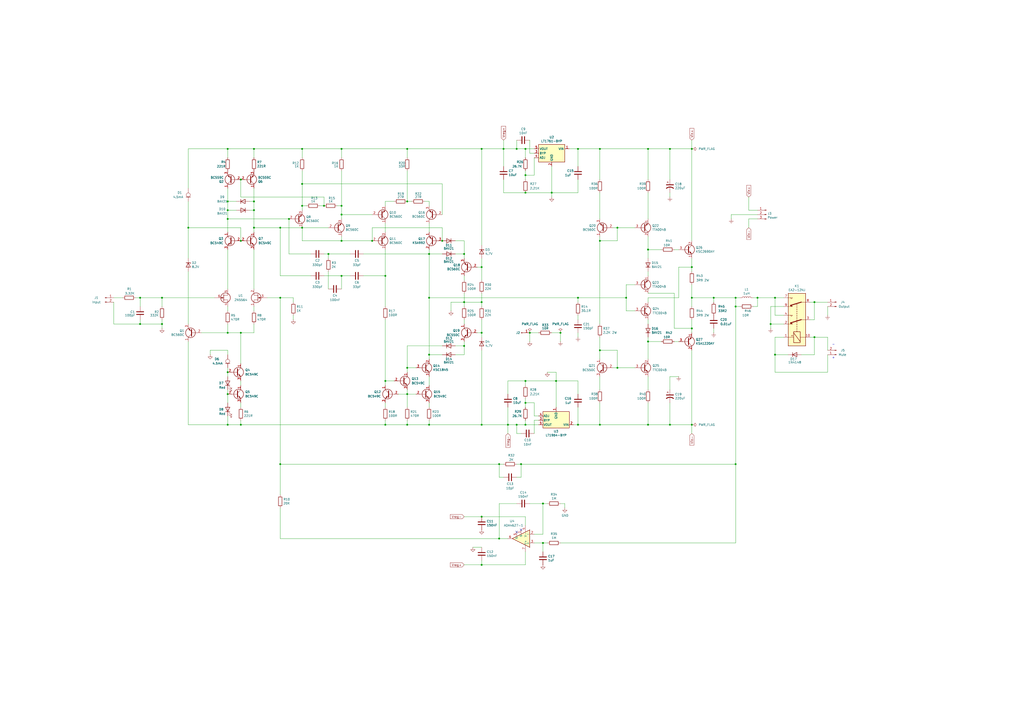
<source format=kicad_sch>
(kicad_sch (version 20250114) (generator "eeschema") (generator_version "9.0")
  (paper "A2")
  (text "-" (at 482.6 200.66 0) (effects (font (size 1.27 1.27)) (justify left bottom)))
  (text "+" (at 482.6 208.28 0) (effects (font (size 1.27 1.27)) (justify left bottom)))
  (junction (at 314.96 292.1))
  (junction (at 162.56 172.72))
  (junction (at 426.72 177.8))
  (junction (at 132.08 215.9))
  (junction (at 279.4 193.04))
  (junction (at 388.62 86.36))
  (junction (at 187.96 119.38))
  (junction (at 190.5 147.32))
  (junction (at 449.58 205.74))
  (junction (at 304.8 111.76))
  (junction (at 93.98 172.72))
  (junction (at 175.26 106.68))
  (junction (at 81.28 187.96))
  (junction (at 320.04 111.76))
  (junction (at 198.12 86.36))
  (junction (at 292.1 86.36))
  (junction (at 147.32 132.08))
  (junction (at 198.12 124.46))
  (junction (at 223.52 220.98))
  (junction (at 322.58 220.98))
  (junction (at 347.98 86.36))
  (junction (at 335.28 246.38))
  (junction (at 215.9 139.7))
  (junction (at 223.52 160.02))
  (junction (at 388.62 246.38))
  (junction (at 414.02 172.72))
  (junction (at 132.08 228.6))
  (junction (at 93.98 187.96))
  (junction (at 375.92 86.36))
  (junction (at 162.56 269.24))
  (junction (at 307.34 193.04))
  (junction (at 269.24 147.32))
  (junction (at 304.8 101.6))
  (junction (at 147.32 116.84))
  (junction (at 132.08 127))
  (junction (at 289.56 312.42))
  (junction (at 294.64 246.38))
  (junction (at 439.42 172.72))
  (junction (at 198.12 160.02))
  (junction (at 248.92 246.38))
  (junction (at 401.32 172.72))
  (junction (at 375.92 144.78))
  (junction (at 472.44 195.58))
  (junction (at 248.92 147.32))
  (junction (at 279.4 246.38))
  (junction (at 167.64 127))
  (junction (at 299.72 246.38))
  (junction (at 198.12 139.7))
  (junction (at 139.7 139.7))
  (junction (at 198.12 119.38))
  (junction (at 279.4 154.94))
  (junction (at 162.56 132.08))
  (junction (at 269.24 175.26))
  (junction (at 223.52 246.38))
  (junction (at 358.14 213.36))
  (junction (at 269.24 200.66))
  (junction (at 236.22 116.84))
  (junction (at 147.32 86.36))
  (junction (at 426.72 269.24))
  (junction (at 289.56 269.24))
  (junction (at 401.32 246.38))
  (junction (at 236.22 213.36))
  (junction (at 426.72 172.72))
  (junction (at 314.96 314.96))
  (junction (at 81.28 172.72))
  (junction (at 325.12 193.04))
  (junction (at 447.04 187.96))
  (junction (at 132.08 246.38))
  (junction (at 279.4 299.72))
  (junction (at 236.22 228.6))
  (junction (at 449.58 172.72))
  (junction (at 304.8 246.38))
  (junction (at 175.26 132.08))
  (junction (at 139.7 246.38))
  (junction (at 335.28 86.36))
  (junction (at 256.54 139.7))
  (junction (at 363.22 172.72))
  (junction (at 375.92 246.38))
  (junction (at 109.22 132.08))
  (junction (at 347.98 246.38))
  (junction (at 279.4 86.36))
  (junction (at 132.08 193.04))
  (junction (at 279.4 327.66))
  (junction (at 132.08 86.36))
  (junction (at 132.08 116.84))
  (junction (at 236.22 86.36))
  (junction (at 304.8 233.68))
  (junction (at 401.32 154.94))
  (junction (at 304.8 86.36))
  (junction (at 248.92 205.74))
  (junction (at 139.7 104.14))
  (junction (at 139.7 193.04))
  (junction (at 347.98 139.7))
  (junction (at 132.08 121.92))
  (junction (at 304.8 220.98))
  (junction (at 401.32 190.5))
  (junction (at 335.28 172.72))
  (junction (at 279.4 175.26))
  (junction (at 175.26 119.38))
  (junction (at 248.92 172.72))
  (junction (at 375.92 198.12))
  (junction (at 358.14 132.08))
  (junction (at 147.32 121.92))
  (junction (at 299.72 86.36))
  (junction (at 472.44 175.26))
  (junction (at 401.32 86.36))
  (junction (at 347.98 203.2))
  (junction (at 236.22 246.38))
  (junction (at 175.26 86.36))
  (junction (at 302.26 269.24))
  (no_connect (at 302.26 307.34))
  (no_connect (at 299.72 308.61))
  (wire (pts (xy 269.24 187.96) (xy 269.24 185.42)))
  (wire (pts (xy 391.16 170.18) (xy 391.16 190.5)))
  (wire (pts (xy 472.44 195.58) (xy 480.06 195.58)))
  (wire (pts (xy 299.72 81.28) (xy 299.72 86.36)))
  (wire (pts (xy 335.28 172.72) (xy 248.92 172.72)))
  (wire (pts (xy 375.92 86.36) (xy 375.92 104.14)))
  (wire (pts (xy 215.9 139.7) (xy 215.9 132.08)))
  (wire (pts (xy 401.32 251.46) (xy 401.32 246.38)))
  (wire (pts (xy 132.08 127) (xy 167.64 127)))
  (wire (pts (xy 139.7 193.04) (xy 147.32 193.04)))
  (wire (pts (xy 314.96 309.88) (xy 309.88 309.88)))
  (wire (pts (xy 292.1 111.76) (xy 292.1 104.14)))
  (wire (pts (xy 167.64 147.32) (xy 167.64 127)))
  (wire (pts (xy 347.98 195.58) (xy 347.98 203.2)))
  (wire (pts (xy 335.28 246.38) (xy 335.28 236.22)))
  (wire (pts (xy 292.1 86.36) (xy 299.72 86.36)))
  (wire (pts (xy 347.98 139.7) (xy 347.98 187.96)))
  (wire (pts (xy 307.34 88.9) (xy 309.88 88.9)))
  (wire (pts (xy 147.32 121.92) (xy 147.32 132.08)))
  (wire (pts (xy 223.52 116.84) (xy 223.52 119.38)))
  (wire (pts (xy 279.4 193.04) (xy 276.86 193.04)))
  (wire (pts (xy 269.24 175.26) (xy 269.24 177.8)))
  (wire (pts (xy 81.28 187.96) (xy 81.28 185.42)))
  (wire (pts (xy 198.12 139.7) (xy 215.9 139.7)))
  (wire (pts (xy 132.08 86.36) (xy 147.32 86.36)))
  (wire (pts (xy 269.24 162.56) (xy 269.24 160.02)))
  (wire (pts (xy 248.92 243.84) (xy 248.92 246.38)))
  (wire (pts (xy 180.34 160.02) (xy 162.56 160.02)))
  (wire (pts (xy 223.52 243.84) (xy 223.52 246.38)))
  (wire (pts (xy 279.4 175.26) (xy 269.24 175.26)))
  (wire (pts (xy 307.34 88.9) (xy 307.34 81.28)))
  (wire (pts (xy 480.06 177.8) (xy 480.06 182.88)))
  (wire (pts (xy 383.54 144.78) (xy 375.92 144.78)))
  (wire (pts (xy 320.04 193.04) (xy 325.12 193.04)))
  (wire (pts (xy 248.92 223.52) (xy 248.92 218.44)))
  (wire (pts (xy 302.26 251.46) (xy 299.72 251.46)))
  (wire (pts (xy 109.22 246.38) (xy 132.08 246.38)))
  (wire (pts (xy 147.32 180.34) (xy 147.32 177.8)))
  (wire (pts (xy 215.9 124.46) (xy 198.12 124.46)))
  (wire (pts (xy 210.82 147.32) (xy 248.92 147.32)))
  (wire (pts (xy 304.8 223.52) (xy 304.8 220.98)))
  (wire (pts (xy 330.2 86.36) (xy 335.28 86.36)))
  (wire (pts (xy 175.26 99.06) (xy 175.26 106.68)))
  (wire (pts (xy 93.98 185.42) (xy 93.98 187.96)))
  (wire (pts (xy 279.4 193.04) (xy 279.4 195.58)))
  (wire (pts (xy 236.22 246.38) (xy 248.92 246.38)))
  (wire (pts (xy 279.4 142.24) (xy 279.4 86.36)))
  (wire (pts (xy 279.4 246.38) (xy 294.64 246.38)))
  (wire (pts (xy 195.58 119.38) (xy 198.12 119.38)))
  (wire (pts (xy 292.1 96.52) (xy 292.1 86.36)))
  (wire (pts (xy 139.7 114.3) (xy 187.96 114.3)))
  (wire (pts (xy 147.32 109.22) (xy 147.32 116.84)))
  (wire (pts (xy 132.08 91.44) (xy 132.08 86.36)))
  (wire (pts (xy 93.98 177.8) (xy 93.98 172.72)))
  (wire (pts (xy 388.62 233.68) (xy 388.62 246.38)))
  (wire (pts (xy 388.62 86.36) (xy 401.32 86.36)))
  (wire (pts (xy 401.32 177.8) (xy 401.32 172.72)))
  (wire (pts (xy 198.12 119.38) (xy 198.12 124.46)))
  (wire (pts (xy 81.28 172.72) (xy 78.74 172.72)))
  (wire (pts (xy 388.62 218.44) (xy 393.7 218.44)))
  (wire (pts (xy 469.9 175.26) (xy 472.44 175.26)))
  (wire (pts (xy 175.26 132.08) (xy 175.26 139.7)))
  (wire (pts (xy 132.08 215.9) (xy 132.08 213.36)))
  (wire (pts (xy 289.56 276.86) (xy 292.1 276.86)))
  (wire (pts (xy 320.04 114.3) (xy 320.04 111.76)))
  (wire (pts (xy 449.58 172.72) (xy 454.66 172.72)))
  (wire (pts (xy 363.22 165.1) (xy 363.22 172.72)))
  (wire (pts (xy 363.22 172.72) (xy 363.22 180.34)))
  (wire (pts (xy 347.98 233.68) (xy 347.98 246.38)))
  (wire (pts (xy 236.22 91.44) (xy 236.22 86.36)))
  (wire (pts (xy 241.3 228.6) (xy 236.22 228.6)))
  (wire (pts (xy 472.44 205.74) (xy 472.44 195.58)))
  (wire (pts (xy 358.14 213.36) (xy 355.6 213.36)))
  (wire (pts (xy 175.26 91.44) (xy 175.26 86.36)))
  (wire (pts (xy 132.08 121.92) (xy 132.08 127)))
  (wire (pts (xy 236.22 200.66) (xy 256.54 200.66)))
  (wire (pts (xy 162.56 172.72) (xy 162.56 269.24)))
  (wire (pts (xy 383.54 198.12) (xy 375.92 198.12)))
  (wire (pts (xy 203.2 160.02) (xy 198.12 160.02)))
  (wire (pts (xy 375.92 160.02) (xy 375.92 157.48)))
  (wire (pts (xy 256.54 205.74) (xy 248.92 205.74)))
  (wire (pts (xy 175.26 132.08) (xy 162.56 132.08)))
  (wire (pts (xy 198.12 99.06) (xy 198.12 119.38)))
  (wire (pts (xy 317.5 314.96) (xy 314.96 314.96)))
  (wire (pts (xy 236.22 213.36) (xy 236.22 215.9)))
  (wire (pts (xy 147.32 193.04) (xy 147.32 187.96)))
  (wire (pts (xy 320.04 111.76) (xy 320.04 96.52)))
  (wire (pts (xy 236.22 226.06) (xy 236.22 228.6)))
  (wire (pts (xy 223.52 185.42) (xy 223.52 220.98)))
  (wire (pts (xy 375.92 175.26) (xy 375.92 172.72)))
  (wire (pts (xy 322.58 220.98) (xy 304.8 220.98)))
  (wire (pts (xy 223.52 144.78) (xy 223.52 160.02)))
  (wire (pts (xy 124.46 172.72) (xy 93.98 172.72)))
  (wire (pts (xy 228.6 116.84) (xy 223.52 116.84)))
  (wire (pts (xy 347.98 104.14) (xy 347.98 86.36)))
  (wire (pts (xy 322.58 215.9) (xy 322.58 220.98)))
  (wire (pts (xy 132.08 203.2) (xy 121.92 203.2)))
  (wire (pts (xy 139.7 210.82) (xy 139.7 193.04)))
  (wire (pts (xy 304.8 304.8) (xy 304.8 299.72)))
  (wire (pts (xy 132.08 246.38) (xy 132.08 241.3)))
  (wire (pts (xy 414.02 172.72) (xy 401.32 172.72)))
  (wire (pts (xy 66.04 187.96) (xy 66.04 175.26)))
  (wire (pts (xy 480.06 203.2) (xy 480.06 195.58)))
  (wire (pts (xy 335.28 104.14) (xy 335.28 111.76)))
  (wire (pts (xy 109.22 86.36) (xy 109.22 109.22)))
  (wire (pts (xy 375.92 172.72) (xy 393.7 172.72)))
  (wire (pts (xy 375.92 246.38) (xy 388.62 246.38)))
  (wire (pts (xy 294.64 220.98) (xy 294.64 228.6)))
  (wire (pts (xy 335.28 220.98) (xy 322.58 220.98)))
  (wire (pts (xy 139.7 236.22) (xy 139.7 233.68)))
  (wire (pts (xy 439.42 121.92) (xy 434.34 121.92)))
  (wire (pts (xy 269.24 170.18) (xy 269.24 175.26)))
  (wire (pts (xy 299.72 269.24) (xy 302.26 269.24)))
  (wire (pts (xy 223.52 160.02) (xy 223.52 177.8)))
  (wire (pts (xy 139.7 246.38) (xy 223.52 246.38)))
  (wire (pts (xy 454.66 177.8) (xy 447.04 177.8)))
  (wire (pts (xy 358.14 203.2) (xy 358.14 213.36)))
  (wire (pts (xy 307.34 193.04) (xy 312.42 193.04)))
  (wire (pts (xy 248.92 205.74) (xy 248.92 208.28)))
  (wire (pts (xy 347.98 127) (xy 347.98 111.76)))
  (wire (pts (xy 375.92 170.18) (xy 391.16 170.18)))
  (wire (pts (xy 368.3 180.34) (xy 363.22 180.34)))
  (wire (pts (xy 439.42 172.72) (xy 449.58 172.72)))
  (wire (pts (xy 154.94 172.72) (xy 162.56 172.72)))
  (wire (pts (xy 210.82 160.02) (xy 223.52 160.02)))
  (wire (pts (xy 347.98 137.16) (xy 347.98 139.7)))
  (wire (pts (xy 175.26 139.7) (xy 198.12 139.7)))
  (wire (pts (xy 147.32 86.36) (xy 147.32 91.44)))
  (wire (pts (xy 304.8 99.06) (xy 304.8 101.6)))
  (wire (pts (xy 279.4 185.42) (xy 279.4 193.04)))
  (wire (pts (xy 469.9 185.42) (xy 472.44 185.42)))
  (wire (pts (xy 426.72 269.24) (xy 426.72 314.96)))
  (wire (pts (xy 393.7 198.12) (xy 391.16 198.12)))
  (wire (pts (xy 335.28 86.36) (xy 347.98 86.36)))
  (wire (pts (xy 363.22 165.1) (xy 368.3 165.1)))
  (wire (pts (xy 279.4 175.26) (xy 279.4 177.8)))
  (wire (pts (xy 388.62 246.38) (xy 401.32 246.38)))
  (wire (pts (xy 325.12 314.96) (xy 426.72 314.96)))
  (wire (pts (xy 375.92 233.68) (xy 375.92 246.38)))
  (wire (pts (xy 269.24 198.12) (xy 269.24 200.66)))
  (wire (pts (xy 304.8 299.72) (xy 279.4 299.72)))
  (wire (pts (xy 132.08 127) (xy 132.08 134.62)))
  (wire (pts (xy 375.92 127) (xy 375.92 111.76)))
  (wire (pts (xy 449.58 195.58) (xy 449.58 205.74)))
  (wire (pts (xy 139.7 246.38) (xy 132.08 246.38)))
  (wire (pts (xy 375.92 246.38) (xy 347.98 246.38)))
  (wire (pts (xy 307.34 198.12) (xy 307.34 193.04)))
  (wire (pts (xy 347.98 86.36) (xy 375.92 86.36)))
  (wire (pts (xy 256.54 106.68) (xy 256.54 124.46)))
  (wire (pts (xy 170.18 175.26) (xy 170.18 172.72)))
  (wire (pts (xy 375.92 195.58) (xy 375.92 198.12)))
  (wire (pts (xy 401.32 154.94) (xy 401.32 149.86)))
  (wire (pts (xy 147.32 167.64) (xy 147.32 144.78)))
  (wire (pts (xy 132.08 205.74) (xy 132.08 203.2)))
  (wire (pts (xy 170.18 185.42) (xy 170.18 182.88)))
  (wire (pts (xy 81.28 172.72) (xy 93.98 172.72)))
  (wire (pts (xy 121.92 203.2) (xy 121.92 205.74)))
  (wire (pts (xy 480.06 215.9) (xy 480.06 205.74)))
  (wire (pts (xy 434.34 127) (xy 434.34 132.08)))
  (wire (pts (xy 309.88 91.44) (xy 309.88 101.6)))
  (wire (pts (xy 375.92 144.78) (xy 375.92 149.86)))
  (wire (pts (xy 294.64 236.22) (xy 294.64 246.38)))
  (wire (pts (xy 449.58 215.9) (xy 480.06 215.9)))
  (wire (pts (xy 236.22 228.6) (xy 231.14 228.6)))
  (wire (pts (xy 236.22 228.6) (xy 236.22 236.22)))
  (wire (pts (xy 393.7 144.78) (xy 391.16 144.78)))
  (wire (pts (xy 304.8 86.36) (xy 309.88 86.36)))
  (wire (pts (xy 269.24 175.26) (xy 261.62 175.26)))
  (wire (pts (xy 322.58 215.9) (xy 317.5 215.9)))
  (wire (pts (xy 299.72 292.1) (xy 289.56 292.1)))
  (wire (pts (xy 393.7 172.72) (xy 393.7 154.94)))
  (wire (pts (xy 187.96 147.32) (xy 190.5 147.32)))
  (wire (pts (xy 304.8 320.04) (xy 304.8 327.66)))
  (wire (pts (xy 472.44 175.26) (xy 480.06 175.26)))
  (wire (pts (xy 109.22 86.36) (xy 132.08 86.36)))
  (wire (pts (xy 309.88 233.68) (xy 309.88 241.3)))
  (wire (pts (xy 304.8 233.68) (xy 304.8 231.14)))
  (wire (pts (xy 269.24 139.7) (xy 269.24 147.32)))
  (wire (pts (xy 248.92 144.78) (xy 248.92 147.32)))
  (wire (pts (xy 132.08 233.68) (xy 132.08 228.6)))
  (wire (pts (xy 309.88 241.3) (xy 312.42 241.3)))
  (wire (pts (xy 436.88 177.8) (xy 439.42 177.8)))
  (wire (pts (xy 302.26 269.24) (xy 426.72 269.24)))
  (wire (pts (xy 162.56 294.64) (xy 162.56 312.42)))
  (wire (pts (xy 454.66 195.58) (xy 449.58 195.58)))
  (wire (pts (xy 335.28 185.42) (xy 335.28 182.88)))
  (wire (pts (xy 198.12 137.16) (xy 198.12 139.7)))
  (wire (pts (xy 314.96 292.1) (xy 314.96 309.88)))
  (wire (pts (xy 279.4 203.2) (xy 279.4 246.38)))
  (wire (pts (xy 375.92 198.12) (xy 375.92 208.28)))
  (wire (pts (xy 147.32 116.84) (xy 147.32 121.92)))
  (wire (pts (xy 144.78 121.92) (xy 147.32 121.92)))
  (wire (pts (xy 449.58 205.74) (xy 449.58 215.9)))
  (wire (pts (xy 335.28 193.04) (xy 335.28 195.58)))
  (wire (pts (xy 401.32 157.48) (xy 401.32 154.94)))
  (wire (pts (xy 228.6 220.98) (xy 223.52 220.98)))
  (wire (pts (xy 137.16 121.92) (xy 132.08 121.92)))
  (wire (pts (xy 198.12 167.64) (xy 198.12 160.02)))
  (wire (pts (xy 469.9 195.58) (xy 472.44 195.58)))
  (wire (pts (xy 304.8 220.98) (xy 294.64 220.98)))
  (wire (pts (xy 304.8 91.44) (xy 304.8 86.36)))
  (wire (pts (xy 109.22 157.48) (xy 109.22 187.96)))
  (wire (pts (xy 289.56 292.1) (xy 289.56 312.42)))
  (wire (pts (xy 325.12 193.04) (xy 325.12 198.12)))
  (wire (pts (xy 375.92 86.36) (xy 388.62 86.36)))
  (wire (pts (xy 109.22 116.84) (xy 109.22 132.08)))
  (wire (pts (xy 139.7 132.08) (xy 139.7 139.7)))
  (wire (pts (xy 436.88 172.72) (xy 439.42 172.72)))
  (wire (pts (xy 299.72 86.36) (xy 304.8 86.36)))
  (wire (pts (xy 246.38 116.84) (xy 248.92 116.84)))
  (wire (pts (xy 434.34 121.92) (xy 434.34 114.3)))
  (wire (pts (xy 302.26 269.24) (xy 302.26 276.86)))
  (wire (pts (xy 299.72 276.86) (xy 302.26 276.86)))
  (wire (pts (xy 454.66 187.96) (xy 447.04 187.96)))
  (wire (pts (xy 132.08 167.64) (xy 132.08 144.78)))
  (wire (pts (xy 347.98 246.38) (xy 335.28 246.38)))
  (wire (pts (xy 81.28 187.96) (xy 66.04 187.96)))
  (wire (pts (xy 375.92 187.96) (xy 375.92 185.42)))
  (wire (pts (xy 391.16 190.5) (xy 401.32 190.5)))
  (wire (pts (xy 368.3 213.36) (xy 358.14 213.36)))
  (wire (pts (xy 190.5 132.08) (xy 175.26 132.08)))
  (wire (pts (xy 279.4 317.5) (xy 274.32 317.5)))
  (wire (pts (xy 401.32 86.36) (xy 401.32 81.28)))
  (wire (pts (xy 401.32 193.04) (xy 401.32 190.5)))
  (wire (pts (xy 401.32 172.72) (xy 401.32 165.1)))
  (wire (pts (xy 314.96 320.04) (xy 314.96 314.96)))
  (wire (pts (xy 132.08 116.84) (xy 132.08 121.92)))
  (wire (pts (xy 464.82 205.74) (xy 472.44 205.74)))
  (wire (pts (xy 292.1 86.36) (xy 292.1 81.28)))
  (wire (pts (xy 248.92 119.38) (xy 248.92 116.84)))
  (wire (pts (xy 223.52 246.38) (xy 236.22 246.38)))
  (wire (pts (xy 279.4 154.94) (xy 279.4 162.56)))
  (wire (pts (xy 162.56 172.72) (xy 170.18 172.72)))
  (wire (pts (xy 269.24 200.66) (xy 269.24 205.74)))
  (wire (pts (xy 335.28 111.76) (xy 320.04 111.76)))
  (wire (pts (xy 363.22 172.72) (xy 335.28 172.72)))
  (wire (pts (xy 198.12 124.46) (xy 198.12 127)))
  (wire (pts (xy 388.62 226.06) (xy 388.62 218.44)))
  (wire (pts (xy 132.08 218.44) (xy 132.08 215.9)))
  (wire (pts (xy 279.4 170.18) (xy 279.4 175.26)))
  (wire (pts (xy 147.32 86.36) (xy 175.26 86.36)))
  (wire (pts (xy 304.8 327.66) (xy 279.4 327.66)))
  (wire (pts (xy 223.52 236.22) (xy 223.52 233.68)))
  (wire (pts (xy 426.72 172.72) (xy 426.72 177.8)))
  (wire (pts (xy 292.1 111.76) (xy 304.8 111.76)))
  (wire (pts (xy 347.98 203.2) (xy 358.14 203.2)))
  (wire (pts (xy 439.42 177.8) (xy 439.42 172.72)))
  (wire (pts (xy 93.98 187.96) (xy 81.28 187.96)))
  (wire (pts (xy 279.4 327.66) (xy 269.24 327.66)))
  (wire (pts (xy 109.22 132.08) (xy 139.7 132.08)))
  (wire (pts (xy 289.56 312.42) (xy 294.64 312.42)))
  (wire (pts (xy 248.92 236.22) (xy 248.92 233.68)))
  (wire (pts (xy 449.58 182.88) (xy 449.58 172.72)))
  (wire (pts (xy 177.8 119.38) (xy 175.26 119.38)))
  (wire (pts (xy 223.52 134.62) (xy 223.52 129.54)))
  (wire (pts (xy 299.72 251.46) (xy 299.72 246.38)))
  (wire (pts (xy 447.04 187.96) (xy 447.04 190.5)))
  (wire (pts (xy 162.56 160.02) (xy 162.56 132.08)))
  (wire (pts (xy 289.56 269.24) (xy 289.56 276.86)))
  (wire (pts (xy 269.24 147.32) (xy 269.24 149.86)))
  (wire (pts (xy 198.12 160.02) (xy 187.96 160.02)))
  (wire (pts (xy 198.12 86.36) (xy 175.26 86.36)))
  (wire (pts (xy 139.7 243.84) (xy 139.7 246.38)))
  (wire (pts (xy 294.64 251.46) (xy 294.64 246.38)))
  (wire (pts (xy 144.78 116.84) (xy 147.32 116.84)))
  (wire (pts (xy 314.96 314.96) (xy 309.88 314.96)))
  (wire (pts (xy 132.08 180.34) (xy 132.08 177.8)))
  (wire (pts (xy 248.92 172.72) (xy 248.92 205.74)))
  (wire (pts (xy 429.26 177.8) (xy 426.72 177.8)))
  (wire (pts (xy 162.56 132.08) (xy 147.32 132.08)))
  (wire (pts (xy 307.34 292.1) (xy 314.96 292.1)))
  (wire (pts (xy 236.22 86.36) (xy 198.12 86.36)))
  (wire (pts (xy 248.92 147.32) (xy 248.92 172.72)))
  (wire (pts (xy 426.72 177.8) (xy 426.72 269.24)))
  (wire (pts (xy 116.84 193.04) (xy 132.08 193.04)))
  (wire (pts (xy 299.72 246.38) (xy 294.64 246.38)))
  (wire (pts (xy 312.42 243.84) (xy 309.88 243.84)))
  (wire (pts (xy 236.22 99.06) (xy 236.22 116.84)))
  (wire (pts (xy 264.16 200.66) (xy 269.24 200.66)))
  (wire (pts (xy 236.22 86.36) (xy 279.4 86.36)))
  (wire (pts (xy 238.76 116.84) (xy 236.22 116.84)))
  (wire (pts (xy 109.22 198.12) (xy 109.22 246.38)))
  (wire (pts (xy 426.72 172.72) (xy 414.02 172.72)))
  (wire (pts (xy 215.9 132.08) (xy 256.54 132.08)))
  (wire (pts (xy 312.42 246.38) (xy 304.8 246.38)))
  (wire (pts (xy 358.14 132.08) (xy 355.6 132.08)))
  (wire (pts (xy 414.02 175.26) (xy 414.02 172.72)))
  (wire (pts (xy 401.32 190.5) (xy 401.32 185.42)))
  (wire (pts (xy 190.5 157.48) (xy 190.5 167.64)))
  (wire (pts (xy 279.4 299.72) (xy 269.24 299.72)))
  (wire (pts (xy 327.66 292.1) (xy 325.12 292.1)))
  (wire (pts (xy 248.92 246.38) (xy 279.4 246.38)))
  (wire (pts (xy 304.8 101.6) (xy 304.8 104.14)))
  (wire (pts (xy 335.28 175.26) (xy 335.28 172.72)))
  (wire (pts (xy 304.8 111.76) (xy 320.04 111.76)))
  (wire (pts (xy 424.18 124.46) (xy 424.18 127)))
  (wire (pts (xy 414.02 193.04) (xy 414.02 190.5)))
  (wire (pts (xy 175.26 106.68) (xy 256.54 106.68)))
  (wire (pts (xy 358.14 139.7) (xy 358.14 132.08)))
  (wire (pts (xy 375.92 226.06) (xy 375.92 218.44)))
  (wire (pts (xy 269.24 139.7) (xy 264.16 139.7)))
  (wire (pts (xy 388.62 104.14) (xy 388.62 86.36)))
  (wire (pts (xy 401.32 246.38) (xy 401.32 203.2)))
  (wire (pts (xy 347.98 139.7) (xy 358.14 139.7)))
  (wire (pts (xy 180.34 147.32) (xy 167.64 147.32)))
  (wire (pts (xy 304.8 236.22) (xy 304.8 233.68)))
  (wire (pts (xy 187.96 114.3) (xy 187.96 119.38)))
  (wire (pts (xy 248.92 134.62) (xy 248.92 129.54)))
  (wire (pts (xy 175.26 106.68) (xy 175.26 119.38)))
  (wire (pts (xy 81.28 177.8) (xy 81.28 172.72)))
  (wire (pts (xy 162.56 269.24) (xy 162.56 287.02)))
  (wire (pts (xy 322.58 220.98) (xy 322.58 236.22)))
  (wire (pts (xy 279.4 149.86) (xy 279.4 154.94)))
  (wire (pts (xy 447.04 177.8) (xy 447.04 187.96)))
  (wire (pts (xy 429.26 172.72) (xy 426.72 172.72)))
  (wire (pts (xy 187.96 119.38) (xy 185.42 119.38)))
  (wire (pts (xy 454.66 182.88) (xy 449.58 182.88)))
  (wire (pts (xy 335.28 96.52) (xy 335.28 86.36)))
  (wire (pts (xy 261.62 175.26) (xy 261.62 180.34)))
  (wire (pts (xy 241.3 213.36) (xy 236.22 213.36)))
  (wire (pts (xy 347.98 226.06) (xy 347.98 218.44)))
  (wire (pts (xy 309.88 233.68) (xy 304.8 233.68)))
  (wire (pts (xy 332.74 246.38) (xy 335.28 246.38)))
  (wire (pts (xy 439.42 124.46) (xy 424.18 124.46)))
  (wire (pts (xy 347.98 203.2) (xy 347.98 208.28)))
  (wire (pts (xy 190.5 149.86) (xy 190.5 147.32)))
  (wire (pts (xy 309.88 243.84) (xy 309.88 251.46)))
  (wire (pts (xy 264.16 205.74) (xy 269.24 205.74)))
  (wire (pts (xy 139.7 104.14) (xy 139.7 114.3)))
  (wire (pts (xy 132.08 193.04) (xy 139.7 193.04)))
  (wire (pts (xy 147.32 132.08) (xy 147.32 134.62)))
  (wire (pts (xy 439.42 127) (xy 434.34 127)))
  (wire (pts (xy 137.16 116.84) (xy 132.08 116.84)))
  (wire (pts (xy 162.56 312.42) (xy 289.56 312.42)))
  (wire (pts (xy 132.08 226.06) (xy 132.08 228.6)))
  (wire (pts (xy 269.24 147.32) (xy 264.16 147.32)))
  (wire (pts (xy 317.5 292.1) (xy 314.96 292.1)))
  (wire (pts (xy 375.92 137.16) (xy 375.92 144.78)))
  (wire (pts (xy 236.22 243.84) (xy 236.22 246.38)))
  (wire (pts (xy 198.12 91.44) (xy 198.12 86.36)))
  (wire (pts (xy 279.4 86.36) (xy 292.1 86.36)))
  (wire (pts (xy 190.5 147.32) (xy 203.2 147.32)))
  (wire (pts (xy 139.7 223.52) (xy 139.7 220.98)))
  (wire (pts (xy 335.28 228.6) (xy 335.28 220.98)))
  (wire (pts (xy 304.8 246.38) (xy 299.72 246.38)))
  (wire (pts (xy 401.32 86.36) (xy 401.32 139.7)))
  (wire (pts (xy 289.56 269.24) (xy 162.56 269.24)))
  (wire (pts (xy 289.56 269.24) (xy 292.1 269.24)))
  (wire (pts (xy 276.86 154.94) (xy 279.4 154.94)))
  (wire (pts (xy 368.3 132.08) (xy 358.14 132.08)))
  (wire (pts (xy 472.44 185.42) (xy 472.44 175.26)))
  (wire (pts (xy 393.7 154.94) (xy 401.32 154.94)))
  (wire (pts (xy 304.8 101.6) (xy 309.88 101.6)))
  (wire (pts (xy 132.08 109.22) (xy 132.08 116.84)))
  (wire (pts (xy 304.8 246.38) (xy 304.8 243.84)))
  (wire (pts (xy 388.62 111.76) (xy 388.62 114.3)))
  (wire (pts (xy 449.58 205.74) (xy 457.2 205.74)))
  (wire (pts (xy 327.66 294.64) (xy 327.66 292.1)))
  (wire (pts (xy 175.26 119.38) (xy 175.26 121.92)))
  (wire (pts (xy 236.22 213.36) (xy 236.22 200.66)))
  (wire (pts (xy 223.52 220.98) (xy 223.52 223.52)))
  (wire (pts (xy 256.54 147.32) (xy 248.92 147.32)))
  (wire (pts (xy 279.4 327.66) (xy 279.4 325.12)))
  (wire (pts (xy 71.12 172.72) (xy 66.04 172.72)))
  (wire (pts (xy 256.54 132.08) (xy 256.54 139.7)))
  (wire (pts (xy 132.08 187.96) (xy 132.08 193.04)))
  (wire (pts (xy 109.22 132.08) (xy 109.22 149.86)))
  (wire (pts (xy 93.98 187.96) (xy 93.98 190.5)))
  (global_label "Vreg+" (shape input) (at 269.24 327.66 180) (property "Intersheetrefs" "${INTERSHEET_REFS}" (effects (hide yes))))
  (global_label "Vin-" (shape input) (at 434.34 132.08 270) (property "Intersheetrefs" "${INTERSHEET_REFS}" (effects (hide yes))))
  (global_label "Vreg+" (shape input) (at 292.1 81.28 90) (property "Intersheetrefs" "${INTERSHEET_REFS}" (effects (hide yes))))
  (global_label "Vin+" (shape input) (at 401.32 81.28 90) (property "Intersheetrefs" "${INTERSHEET_REFS}" (effects (hide yes))))
  (global_label "Vreg-" (shape input) (at 294.64 251.46 270) (property "Intersheetrefs" "${INTERSHEET_REFS}" (effects (hide yes))))
  (global_label "Vin+" (shape input) (at 434.34 114.3 90) (property "Intersheetrefs" "${INTERSHEET_REFS}" (effects (hide yes))))
  (global_label "Vreg-" (shape input) (at 269.24 299.72 180) (property "Intersheetrefs" "${INTERSHEET_REFS}" (effects (hide yes))))
  (global_label "Vin-" (shape input) (at 401.32 251.46 270) (property "Intersheetrefs" "${INTERSHEET_REFS}" (effects (hide yes))))
  (symbol (lib_id "power:GND") (at 314.96 327.66 0) (unit 1)
    (property "Reference" "#PWR010" (effects (hide yes)))
    (property "Value" "GND" (effects (hide yes)))
  )
  (symbol (lib_id "Device:C") (at 303.53 292.1 270) (unit 1)
    (property "Reference" "C14" (at 303.53 285.6992 90))
    (property "Value" "150nF" (at 303.53 288.0106 90))
    (property "Footprint" "Capacitor_THT:C_Rect_L7.2mm_W2.5mm_P5.00mm_FKS2_FKP2_MKS2_MKP2" (effects (hide yes)))
  )
  (symbol (lib_id "HPA2-rescue:2N5564-HP-Transistor_FET") (at 139.7 172.72 0) (mirror y) (unit 1)
    (property "Reference" "U1" (at 140.97 171.45 0) (effects (justify left)))
    (property "Value" "2N5564" (at 143.51 173.99 0) (effects (justify left)))
    (property "Footprint" "HP_Footprints:TO-71-6" (effects (hide yes)))
  )
  (symbol (lib_id "Transistor_BJT:Q_NPN_CBE") (at 134.62 139.7 0) (mirror y) (unit 1)
    (property "Reference" "Q3" (at 129.54 138.43 0) (effects (justify left)))
    (property "Value" "BC549C" (at 129.54 140.97 0) (effects (justify left)))
    (property "Footprint" "Package_TO_SOT_THT:TO-92_Inline" (effects (hide yes)))
    (property "Datasheet" "https://www.onsemi.com/pub/Collateral/BC550-D.pdf" (effects (hide yes)))
  )
  (symbol (lib_id "Transistor_BJT:Q_NPN_CBE") (at 144.78 139.7 0) (unit 1)
    (property "Reference" "Q7" (at 149.86 138.43 0) (effects (justify left)))
    (property "Value" "BC549C" (at 149.86 140.97 0) (effects (justify left)))
    (property "Footprint" "Package_TO_SOT_THT:TO-92_Inline" (effects (hide yes)))
    (property "Datasheet" "https://www.onsemi.com/pub/Collateral/BC550-D.pdf" (effects (hide yes)))
  )
  (symbol (lib_id "Transistor_BJT:Q_PNP_CBE") (at 144.78 104.14 0) (mirror x) (unit 1)
    (property "Reference" "Q6" (at 149.6314 105.3084 0) (effects (justify left)))
    (property "Value" "BC559C" (at 149.6314 102.997 0) (effects (justify left)))
    (property "Footprint" "Package_TO_SOT_THT:TO-92_Inline" (effects (hide yes)))
    (property "Datasheet" "https://www.onsemi.com/pub/Collateral/BC556BTA-D.pdf" (effects (hide yes)))
  )
  (symbol (lib_id "Transistor_BJT:Q_PNP_CBE") (at 134.62 104.14 180) (unit 1)
    (property "Reference" "Q2" (at 129.7686 105.3084 0) (effects (justify left)))
    (property "Value" "BC559C" (at 129.7686 102.997 0) (effects (justify left)))
    (property "Footprint" "Package_TO_SOT_THT:TO-92_Inline" (effects (hide yes)))
    (property "Datasheet" "https://www.onsemi.com/pub/Collateral/BC556BTA-D.pdf" (effects (hide yes)))
  )
  (symbol (lib_id "Device:R") (at 132.08 95.25 0) (unit 1)
    (property "Reference" "R4" (at 128.27 93.98 0) (effects (justify left)))
    (property "Value" "221R" (at 125.73 96.52 0) (effects (justify left)))
    (property "Footprint" "Resistor_THT:R_Axial_DIN0204_L3.6mm_D1.6mm_P5.08mm_Horizontal" (effects (hide yes)))
  )
  (symbol (lib_id "Transistor_BJT:Q_NPN_CBE") (at 137.16 228.6 0) (unit 1)
    (property "Reference" "Q5" (at 142.24 227.33 0) (effects (justify left)))
    (property "Value" "BC549C" (at 142.24 229.87 0) (effects (justify left)))
    (property "Footprint" "Package_TO_SOT_THT:TO-92_Inline" (effects (hide yes)))
    (property "Datasheet" "https://www.onsemi.com/pub/Collateral/BC550-D.pdf" (effects (hide yes)))
  )
  (symbol (lib_id "Device:LED") (at 132.08 237.49 90) (unit 1)
    (property "Reference" "D8" (at 127 237.49 90) (effects (justify right)))
    (property "Value" "Red" (at 127 240.03 90) (effects (justify right)))
    (property "Footprint" "LED_THT:LED_D3.0mm" (effects (hide yes)))
  )
  (symbol (lib_id "power:GND") (at 93.98 190.5 0) (unit 1)
    (property "Reference" "#PWR01" (effects (hide yes)))
    (property "Value" "GND" (effects (hide yes)))
  )
  (symbol (lib_id "Device:R") (at 74.93 172.72 270) (unit 1)
    (property "Reference" "R1" (at 73.66 167.64 90) (effects (justify left)))
    (property "Value" "3.32K" (at 72.39 170.18 90) (effects (justify left)))
    (property "Footprint" "Resistor_THT:R_Axial_DIN0204_L3.6mm_D1.6mm_P5.08mm_Horizontal" (effects (hide yes)))
  )
  (symbol (lib_id "Device:R") (at 175.26 95.25 0) (unit 1)
    (property "Reference" "R12" (at 169.545 94.615 0) (effects (justify left)))
    (property "Value" "1K" (at 170.815 96.52 0) (effects (justify left)))
    (property "Footprint" "Resistor_THT:R_Axial_DIN0204_L3.6mm_D1.6mm_P5.08mm_Horizontal" (effects (hide yes)))
  )
  (symbol (lib_id "power:GND") (at 317.5 215.9 0) (unit 1)
    (property "Reference" "#PWR07" (effects (hide yes)))
    (property "Value" "GND" (effects (hide yes)))
  )
  (symbol (lib_id "HPA2-rescue:CRD-HP_Miscellaneous") (at 132.08 209.55 90) (unit 1)
    (property "Reference" "D6" (at 124.46 208.28 90) (effects (justify right)))
    (property "Value" "4.5mA" (at 123.19 210.82 90) (effects (justify right)))
    (property "Footprint" "HP_Footprints:Semitec-CRD-SMD" (effects (hide yes)))
  )
  (symbol (lib_id "power:GND") (at 121.92 205.74 0) (unit 1)
    (property "Reference" "#PWR02" (effects (hide yes)))
    (property "Value" "GND" (effects (hide yes)))
  )
  (symbol (lib_id "power:GNDREF") (at 388.62 114.3 0) (unit 1)
    (property "Reference" "#PWR013" (effects (hide yes)))
    (property "Value" "GNDREF" (effects (hide yes)))
  )
  (symbol (lib_id "Transistor_BJT:Q_PNP_ECB") (at 251.46 139.7 180) (unit 1)
    (property "Reference" "Q17" (at 246.6086 138.5316 0) (effects (justify left)))
    (property "Value" "KSA992" (at 246.6086 140.843 0) (effects (justify left)))
    (property "Footprint" "Package_TO_SOT_THT:TO-92_Inline" (effects (hide yes)))
  )
  (symbol (lib_id "Device:C") (at 279.4 303.53 0) (unit 1)
    (property "Reference" "C11" (at 282.321 302.3616 0) (effects (justify left)))
    (property "Value" "150nF" (at 282.321 304.673 0) (effects (justify left)))
    (property "Footprint" "Capacitor_THT:C_Rect_L7.2mm_W2.5mm_P5.00mm_FKS2_FKP2_MKS2_MKP2" (effects (hide yes)))
  )
  (symbol (lib_id "power:GNDREF") (at 414.02 193.04 0) (unit 1)
    (property "Reference" "#PWR015" (effects (hide yes)))
    (property "Value" "GNDREF" (effects (hide yes)))
  )
  (symbol (lib_id "Transistor_BJT:Q_PNP_CBE") (at 350.52 132.08 180) (unit 1)
    (property "Reference" "Q20" (at 345.6686 130.9116 0) (effects (justify left)))
    (property "Value" "BC560C" (at 345.6686 133.223 0) (effects (justify left)))
    (property "Footprint" "Package_TO_SOT_THT:TO-92_Inline" (effects (hide yes)))
    (property "Datasheet" "https://www.onsemi.com/pub/Collateral/BC556BTA-D.pdf" (effects (hide yes)))
  )
  (symbol (lib_id "Transistor_BJT:Q_PNP_ECB") (at 373.38 132.08 0) (mirror x) (unit 1)
    (property "Reference" "Q22" (at 378.2568 130.9116 0) (effects (justify left)))
    (property "Value" "TTA004B" (at 378.2568 133.223 0) (effects (justify left)))
    (property "Footprint" "Package_TO_SOT_THT:TO-126-3_Vertical" (effects (hide yes)))
    (property "Datasheet" "http://www.st.com/internet/com/TECHNICAL_RESOURCES/TECHNICAL_LITERATURE/DATASHEET/CD00001225.pdf" (effects (hide yes)))
  )
  (symbol (lib_id "Device:R") (at 347.98 107.95 0) (unit 1)
    (property "Reference" "R36" (at 342.9 106.68 0) (effects (justify left)))
    (property "Value" "100R" (at 341.63 109.22 0) (effects (justify left)))
    (property "Footprint" "Resistor_THT:R_Axial_DIN0204_L3.6mm_D1.6mm_P5.08mm_Horizontal" (effects (hide yes)))
  )
  (symbol (lib_id "Transistor_BJT:Q_NPN_CBE") (at 350.52 213.36 0) (mirror y) (unit 1)
    (property "Reference" "Q21" (at 345.44 212.09 0) (effects (justify left)))
    (property "Value" "BC550C" (at 345.44 214.63 0) (effects (justify left)))
    (property "Footprint" "Package_TO_SOT_THT:TO-92_Inline" (effects (hide yes)))
    (property "Datasheet" "https://www.onsemi.com/pub/Collateral/BC550-D.pdf" (effects (hide yes)))
  )
  (symbol (lib_id "power:GND") (at 279.4 307.34 0) (unit 1)
    (property "Reference" "#PWR06" (effects (hide yes)))
    (property "Value" "GND" (effects (hide yes)))
  )
  (symbol (lib_id "Device:R") (at 347.98 229.87 0) (unit 1)
    (property "Reference" "R38" (at 342.9 228.6 0) (effects (justify left)))
    (property "Value" "100R" (at 341.63 231.14 0) (effects (justify left)))
    (property "Footprint" "Resistor_THT:R_Axial_DIN0204_L3.6mm_D1.6mm_P5.08mm_Horizontal" (effects (hide yes)))
  )
  (symbol (lib_id "Transistor_BJT:Q_NPN_ECB") (at 373.38 180.34 0) (unit 1)
    (property "Reference" "Q24" (at 378.46 179.07 0) (effects (justify left)))
    (property "Value" "TTC004B" (at 378.46 181.61 0) (effects (justify left)))
    (property "Footprint" "Package_TO_SOT_THT:TO-126-3_Vertical" (effects (hide yes)))
    (property "Datasheet" "http://www.st.com/internet/com/TECHNICAL_RESOURCES/TECHNICAL_LITERATURE/DATASHEET/CD00001225.pdf" (effects (hide yes)))
  )
  (symbol (lib_id "Transistor_BJT:Q_NPN_ECB") (at 373.38 213.36 0) (unit 1)
    (property "Reference" "Q25" (at 378.46 212.09 0) (effects (justify left)))
    (property "Value" "TTC004B" (at 378.46 214.63 0) (effects (justify left)))
    (property "Footprint" "Package_TO_SOT_THT:TO-126-3_Vertical" (effects (hide yes)))
    (property "Datasheet" "http://www.st.com/internet/com/TECHNICAL_RESOURCES/TECHNICAL_LITERATURE/DATASHEET/CD00001225.pdf" (effects (hide yes)))
  )
  (symbol (lib_id "Device:R") (at 401.32 161.29 0) (unit 1)
    (property "Reference" "R43" (at 403.86 160.02 0) (effects (justify left)))
    (property "Value" "3R9 2W" (at 403.86 162.56 0) (effects (justify left)))
    (property "Footprint" "Resistor_THT:R_Axial_DIN0411_L9.9mm_D3.6mm_P12.70mm_Horizontal" (effects (hide yes)))
  )
  (symbol (lib_id "Device:R") (at 401.32 181.61 0) (unit 1)
    (property "Reference" "R44" (at 403.86 180.34 0) (effects (justify left)))
    (property "Value" "3R9 2W" (at 403.86 182.88 0) (effects (justify left)))
    (property "Footprint" "Resistor_THT:R_Axial_DIN0411_L9.9mm_D3.6mm_P12.70mm_Horizontal" (effects (hide yes)))
  )
  (symbol (lib_id "Device:R") (at 387.35 198.12 270) (unit 1)
    (property "Reference" "R42" (at 386.08 193.04 90) (effects (justify left)))
    (property "Value" "10R" (at 384.81 195.58 90) (effects (justify left)))
    (property "Footprint" "Resistor_THT:R_Axial_DIN0207_L6.3mm_D2.5mm_P10.16mm_Horizontal" (effects (hide yes)))
  )
  (symbol (lib_id "Connector:Conn_01x03_Pin") (at 444.5 124.46 0) (mirror y) (unit 1)
    (property "Reference" "J3" (at 445.2112 123.8504 0) (effects (justify right)))
    (property "Value" "Power" (at 445.2112 126.1618 0) (effects (justify right)))
    (property "Footprint" "HP_Footprints:3-pad-wire-connector-22-ga" (effects (hide yes)))
  )
  (symbol (lib_id "power:GNDREF") (at 447.04 190.5 0) (unit 1)
    (property "Reference" "#PWR017" (effects (hide yes)))
    (property "Value" "GNDREF" (effects (hide yes)))
  )
  (symbol (lib_id "Device:R") (at 295.91 269.24 270) (unit 1)
    (property "Reference" "R32" (at 294.64 264.16 90) (effects (justify left)))
    (property "Value" "2K" (at 295.275 266.7 90) (effects (justify left)))
    (property "Footprint" "Resistor_THT:R_Axial_DIN0204_L3.6mm_D1.6mm_P5.08mm_Horizontal" (effects (hide yes)))
  )
  (symbol (lib_id "Device:C") (at 292.1 100.33 0) (unit 1)
    (property "Reference" "C7" (at 295.021 99.1616 0) (effects (justify left)))
    (property "Value" "10uF" (at 295.021 101.473 0) (effects (justify left)))
    (property "Footprint" "Capacitor_SMD:C_1206_3216Metric_Pad1.33x1.80mm_HandSolder" (effects (hide yes)))
  )
  (symbol (lib_id "HPA2-rescue:CRD-HP_Miscellaneous") (at 109.22 113.03 90) (unit 1)
    (property "Reference" "D1" (at 102.87 111.76 90) (effects (justify right)))
    (property "Value" "4.5mA" (at 100.33 114.3 90) (effects (justify right)))
    (property "Footprint" "HP_Footprints:Semitec-CRD-SMD" (effects (hide yes)))
  )
  (symbol (lib_id "power:GNDREF") (at 424.18 127 0) (unit 1)
    (property "Reference" "#PWR016" (effects (hide yes)))
    (property "Value" "GNDREF" (effects (hide yes)))
  )
  (symbol (lib_id "Device:C") (at 335.28 100.33 0) (unit 1)
    (property "Reference" "C15" (at 328.93 99.06 0) (effects (justify left)))
    (property "Value" "1uF" (at 327.66 101.6 0) (effects (justify left)))
    (property "Footprint" "Capacitor_SMD:C_1206_3216Metric_Pad1.33x1.80mm_HandSolder" (effects (hide yes)))
  )
  (symbol (lib_id "Connector:Conn_01x02_Pin") (at 485.14 205.74 180) (unit 1)
    (property "Reference" "J5" (at 487.68 203.2 0) (effects (justify right)))
    (property "Value" "Mute" (at 486.41 205.74 0) (effects (justify right)))
    (property "Footprint" "HP_Footprints:2-pad-wire-connector-22-ga" (effects (hide yes)))
  )
  (symbol (lib_id "Device:R") (at 414.02 179.07 0) (unit 1)
    (property "Reference" "R45" (at 416.56 177.8 0) (effects (justify left)))
    (property "Value" "33R2" (at 416.56 180.34 0) (effects (justify left)))
    (property "Footprint" "Resistor_THT:R_Axial_DIN0207_L6.3mm_D2.5mm_P10.16mm_Horizontal" (effects (hide yes)))
  )
  (symbol (lib_id "Device:C") (at 414.02 186.69 0) (unit 1)
    (property "Reference" "C20" (at 417.83 185.42 0) (effects (justify left)))
    (property "Value" "0.01uF" (at 417.83 187.96 0) (effects (justify left)))
    (property "Footprint" "Capacitor_THT:C_Disc_D4.7mm_W2.5mm_P5.00mm" (effects (hide yes)))
  )
  (symbol (lib_id "Device:R") (at 433.07 177.8 270) (unit 1)
    (property "Reference" "R46" (at 431.8 180.34 90) (effects (justify left)))
    (property "Value" "10R" (at 430.53 182.88 90) (effects (justify left)))
    (property "Footprint" "Resistor_THT:R_Axial_DIN0207_L6.3mm_D2.5mm_P10.16mm_Horizontal" (effects (hide yes)))
  )
  (symbol (lib_id "Device:R") (at 304.8 227.33 0) (unit 1)
    (property "Reference" "R28" (at 307.34 226.06 0) (effects (justify left)))
    (property "Value" "2.21K" (at 307.34 228.6 0) (effects (justify left)))
    (property "Footprint" "Resistor_SMD:R_0805_2012Metric_Pad1.15x1.40mm_HandSolder" (effects (hide yes)))
  )
  (symbol (lib_id "Device:R") (at 304.8 240.03 0) (unit 1)
    (property "Reference" "R29" (at 298.45 238.76 0) (effects (justify left)))
    (property "Value" "26.7K" (at 297.18 241.3 0) (effects (justify left)))
    (property "Footprint" "Resistor_SMD:R_0805_2012Metric_Pad1.15x1.40mm_HandSolder" (effects (hide yes)))
  )
  (symbol (lib_id "Transistor_BJT:Q_NPN_ECB") (at 246.38 213.36 0) (unit 1)
    (property "Reference" "Q14" (at 251.206 212.1916 0) (effects (justify left)))
    (property "Value" "KSC1845" (at 251.206 214.503 0) (effects (justify left)))
    (property "Footprint" "Package_TO_SOT_THT:TO-92_Inline" (effects (hide yes)))
  )
  (symbol (lib_id "Diode:1N4148") (at 461.01 205.74 0) (unit 1)
    (property "Reference" "D17" (at 462.28 208.28 0) (effects (justify right)))
    (property "Value" "1N4148" (at 464.82 210.185 0) (effects (justify right)))
    (property "Footprint" "Diode_THT:D_DO-35_SOD27_P7.62mm_Horizontal" (effects (hide yes)))
    (property "Datasheet" "https://assets.nexperia.com/documents/data-sheet/1N4148_1N4448.pdf" (effects (hide yes)))
  )
  (symbol (lib_id "Device:R") (at 316.23 193.04 270) (unit 1)
    (property "Reference" "R33" (at 314.325 188.595 90) (effects (justify left)))
    (property "Value" "10R" (at 314.325 190.5 90) (effects (justify left)))
    (property "Footprint" "Resistor_THT:R_Axial_DIN0207_L6.3mm_D2.5mm_P10.16mm_Horizontal" (effects (hide yes)))
  )
  (symbol (lib_id "power:GNDREF") (at 325.12 198.12 0) (unit 1)
    (property "Reference" "#PWR011" (effects (hide yes)))
    (property "Value" "GNDREF" (effects (hide yes)))
  )
  (symbol (lib_id "power:GND") (at 307.34 198.12 0) (unit 1)
    (property "Reference" "#PWR09" (effects (hide yes)))
    (property "Value" "GND" (effects (hide yes)))
  )
  (symbol (lib_id "Diode:BAV21") (at 140.97 121.92 180) (unit 1)
    (property "Reference" "D10" (at 128.905 121.285 0))
    (property "Value" "BAV21" (at 128.905 123.825 0))
    (property "Footprint" "Diode_THT:D_DO-35_SOD27_P7.62mm_Horizontal" (effects (hide yes)))
    (property "Datasheet" "http://www.vishay.com/docs/85543/bav17.pdf" (effects (hide yes)))
  )
  (symbol (lib_id "Device:C") (at 306.07 251.46 270) (unit 1)
    (property "Reference" "C10" (at 306.07 255.27 90))
    (property "Value" "10nF" (at 306.07 257.81 90))
    (property "Footprint" "Capacitor_SMD:C_0805_2012Metric_Pad1.15x1.40mm_HandSolder" (effects (hide yes)))
  )
  (symbol (lib_id "Transistor_BJT:Q_NPN_ECB") (at 398.78 144.78 0) (unit 1)
    (property "Reference" "Q26" (at 403.606 143.6116 0) (effects (justify left)))
    (property "Value" "KSC2690AY" (at 403.606 145.923 0) (effects (justify left)))
    (property "Footprint" "Package_TO_SOT_THT:TO-126-3_Vertical" (effects (hide yes)))
  )
  (symbol (lib_id "Device:R") (at 335.28 179.07 0) (unit 1)
    (property "Reference" "R14" (at 337.058 177.9016 0) (effects (justify left)))
    (property "Value" "30.1R" (at 337.058 180.213 0) (effects (justify left)))
    (property "Footprint" "Resistor_THT:R_Axial_DIN0204_L3.6mm_D1.6mm_P5.08mm_Horizontal" (effects (hide yes)))
  )
  (symbol (lib_id "Device:C") (at 335.28 189.23 0) (unit 1)
    (property "Reference" "C21" (at 338.201 188.0616 0) (effects (justify left)))
    (property "Value" "150pF" (at 338.201 190.373 0) (effects (justify left)))
    (property "Footprint" "Capacitor_THT:C_Disc_D4.7mm_W2.5mm_P5.00mm" (effects (hide yes)))
  )
  (symbol (lib_id "Transistor_BJT:Q_PNP_ECB") (at 398.78 198.12 0) (mirror x) (unit 1)
    (property "Reference" "Q27" (at 403.6314 196.9516 0) (effects (justify left)))
    (property "Value" "KSA1220AY" (at 403.6314 199.263 0) (effects (justify left)))
    (property "Footprint" "Package_TO_SOT_THT:TO-126-3_Vertical" (effects (hide yes)))
  )
  (symbol (lib_id "Device:D_Zener") (at 109.22 153.67 270) (unit 1)
    (property "Reference" "D2" (at 111.252 152.5016 90) (effects (justify left)))
    (property "Value" "8.2V" (at 111.252 154.813 90) (effects (justify left)))
    (property "Footprint" "Diode_THT:D_DO-34_SOD68_P7.62mm_Horizontal" (effects (hide yes)))
  )
  (symbol (lib_id "Device:R") (at 191.77 119.38 270) (unit 1)
    (property "Reference" "R15" (at 190.5 114.935 90) (effects (justify left)))
    (property "Value" "1K" (at 190.5 116.84 90) (effects (justify left)))
    (property "Footprint" "Resistor_THT:R_Axial_DIN0204_L3.6mm_D1.6mm_P5.08mm_Horizontal" (effects (hide yes)))
  )
  (symbol (lib_id "power:GNDREF") (at 335.28 195.58 0) (unit 1)
    (property "Reference" "#PWR0101" (effects (hide yes)))
    (property "Value" "GNDREF" (effects (hide yes)))
  )
  (symbol (lib_id "Device:D_Zener") (at 279.4 146.05 270) (unit 1)
    (property "Reference" "D3" (at 281.432 144.8816 90) (effects (justify left)))
    (property "Value" "4.7V" (at 281.432 147.193 90) (effects (justify left)))
    (property "Footprint" "Diode_THT:D_DO-34_SOD68_P7.62mm_Horizontal" (effects (hide yes)))
  )
  (symbol (lib_id "Device:D_Zener") (at 279.4 199.39 270) (unit 1)
    (property "Reference" "D4" (at 281.432 198.2216 90) (effects (justify left)))
    (property "Value" "4.7V" (at 281.432 200.533 90) (effects (justify left)))
    (property "Footprint" "Diode_THT:D_DO-34_SOD68_P7.62mm_Horizontal" (effects (hide yes)))
  )
  (symbol (lib_id "Transistor_BJT:Q_PNP_CBE") (at 195.58 132.08 0) (mirror x) (unit 1)
    (property "Reference" "Q9" (at 200.4314 130.9116 0) (effects (justify left)))
    (property "Value" "BC560C" (at 200.4314 133.223 0) (effects (justify left)))
    (property "Footprint" "Package_TO_SOT_THT:TO-92_Inline" (effects (hide yes)))
    (property "Datasheet" "https://www.onsemi.com/pub/Collateral/BC556BTA-D.pdf" (effects (hide yes)))
  )
  (symbol (lib_id "Transistor_BJT:Q_PNP_CBE") (at 251.46 124.46 180) (unit 1)
    (property "Reference" "Q16" (at 246.6086 123.2916 0) (effects (justify left)))
    (property "Value" "BC560C" (at 246.6086 125.603 0) (effects (justify left)))
    (property "Footprint" "Package_TO_SOT_THT:TO-92_Inline" (effects (hide yes)))
    (property "Datasheet" "https://www.onsemi.com/pub/Collateral/BC556BTA-D.pdf" (effects (hide yes)))
  )
  (symbol (lib_id "Transistor_BJT:Q_PNP_CBE") (at 220.98 124.46 0) (mirror x) (unit 1)
    (property "Reference" "Q10" (at 225.8314 123.2916 0) (effects (justify left)))
    (property "Value" "BC560C" (at 225.8314 125.603 0) (effects (justify left)))
    (property "Footprint" "Package_TO_SOT_THT:TO-92_Inline" (effects (hide yes)))
    (property "Datasheet" "https://www.onsemi.com/pub/Collateral/BC556BTA-D.pdf" (effects (hide yes)))
  )
  (symbol (lib_id "Device:R") (at 232.41 116.84 270) (unit 1)
    (property "Reference" "R19" (at 230.505 112.395 90) (effects (justify left)))
    (property "Value" "27R" (at 230.505 114.3 90) (effects (justify left)))
    (property "Footprint" "Resistor_THT:R_Axial_DIN0204_L3.6mm_D1.6mm_P5.08mm_Horizontal" (effects (hide yes)))
  )
  (symbol (lib_id "Device:R") (at 242.57 116.84 270) (unit 1)
    (property "Reference" "R22" (at 240.665 112.395 90) (effects (justify left)))
    (property "Value" "27R" (at 240.665 114.3 90) (effects (justify left)))
    (property "Footprint" "Resistor_THT:R_Axial_DIN0204_L3.6mm_D1.6mm_P5.08mm_Horizontal" (effects (hide yes)))
  )
  (symbol (lib_id "Device:R") (at 236.22 95.25 0) (unit 1)
    (property "Reference" "R20" (at 231.14 94.615 0) (effects (justify left)))
    (property "Value" "33R" (at 231.14 96.52 0) (effects (justify left)))
    (property "Footprint" "Resistor_THT:R_Axial_DIN0204_L3.6mm_D1.6mm_P5.08mm_Horizontal" (effects (hide yes)))
  )
  (symbol (lib_id "Transistor_BJT:Q_PNP_CBE") (at 220.98 139.7 0) (mirror x) (unit 1)
    (property "Reference" "Q11" (at 225.8314 138.5316 0) (effects (justify left)))
    (property "Value" "BC560C" (at 225.8314 140.843 0) (effects (justify left)))
    (property "Footprint" "Package_TO_SOT_THT:TO-92_Inline" (effects (hide yes)))
    (property "Datasheet" "https://www.onsemi.com/pub/Collateral/BC556BTA-D.pdf" (effects (hide yes)))
  )
  (symbol (lib_id "Transistor_BJT:Q_NPN_CBE") (at 226.06 228.6 0) (mirror y) (unit 1)
    (property "Reference" "Q12" (at 220.98 227.33 0) (effects (justify left)))
    (property "Value" "BC549C" (at 220.98 229.87 0) (effects (justify left)))
    (property "Footprint" "Package_TO_SOT_THT:TO-92_Inline" (effects (hide yes)))
    (property "Datasheet" "https://www.onsemi.com/pub/Collateral/BC550-D.pdf" (effects (hide yes)))
  )
  (symbol (lib_id "Transistor_BJT:Q_NPN_CBE") (at 246.38 228.6 0) (unit 1)
    (property "Reference" "Q15" (at 251.46 227.33 0) (effects (justify left)))
    (property "Value" "BC549C" (at 251.46 229.87 0) (effects (justify left)))
    (property "Footprint" "Package_TO_SOT_THT:TO-92_Inline" (effects (hide yes)))
    (property "Datasheet" "https://www.onsemi.com/pub/Collateral/BC550-D.pdf" (effects (hide yes)))
  )
  (symbol (lib_id "Transistor_BJT:Q_NPN_CBE") (at 233.68 220.98 0) (unit 1)
    (property "Reference" "Q13" (at 238.76 219.71 0) (effects (justify left)))
    (property "Value" "BC549C" (at 238.76 222.25 0) (effects (justify left)))
    (property "Footprint" "Package_TO_SOT_THT:TO-92_Inline" (effects (hide yes)))
    (property "Datasheet" "https://www.onsemi.com/pub/Collateral/BC550-D.pdf" (effects (hide yes)))
  )
  (symbol (lib_id "Device:R") (at 223.52 240.03 0) (unit 1)
    (property "Reference" "R18" (at 225.298 238.8616 0) (effects (justify left)))
    (property "Value" "100R" (at 225.298 241.173 0) (effects (justify left)))
    (property "Footprint" "Resistor_THT:R_Axial_DIN0204_L3.6mm_D1.6mm_P5.08mm_Horizontal" (effects (hide yes)))
  )
  (symbol (lib_id "Device:R") (at 248.92 240.03 0) (unit 1)
    (property "Reference" "R23" (at 250.698 238.8616 0) (effects (justify left)))
    (property "Value" "100R" (at 250.698 241.173 0) (effects (justify left)))
    (property "Footprint" "Resistor_THT:R_Axial_DIN0204_L3.6mm_D1.6mm_P5.08mm_Horizontal" (effects (hide yes)))
  )
  (symbol (lib_id "Device:R") (at 236.22 240.03 0) (unit 1)
    (property "Reference" "R21" (at 237.998 238.8616 0) (effects (justify left)))
    (property "Value" "470R" (at 237.998 241.173 0) (effects (justify left)))
    (property "Footprint" "Resistor_THT:R_Axial_DIN0204_L3.6mm_D1.6mm_P5.08mm_Horizontal" (effects (hide yes)))
  )
  (symbol (lib_id "Device:R") (at 321.31 314.96 270) (unit 1)
    (property "Reference" "R35" (at 321.31 309.7022 90))
    (property "Value" "1M" (at 321.31 312.0136 90))
    (property "Footprint" "Resistor_SMD:R_0805_2012Metric_Pad1.15x1.40mm_HandSolder" (effects (hide yes)))
  )
  (symbol (lib_id "Device:C") (at 314.96 323.85 0) (unit 1)
    (property "Reference" "C17" (at 317.881 322.6816 0) (effects (justify left)))
    (property "Value" "1uF" (at 317.881 324.993 0) (effects (justify left)))
    (property "Footprint" "Capacitor_THT:C_Rect_L7.2mm_W5.5mm_P5.00mm_FKS2_FKP2_MKS2_MKP2" (effects (hide yes)))
  )
  (symbol (lib_id "Device:R") (at 132.08 184.15 0) (unit 1)
    (property "Reference" "R5" (at 133.858 182.9816 0) (effects (justify left)))
    (property "Value" "470R" (at 133.858 185.293 0) (effects (justify left)))
    (property "Footprint" "Resistor_THT:R_Axial_DIN0204_L3.6mm_D1.6mm_P5.08mm_Horizontal" (effects (hide yes)))
  )
  (symbol (lib_id "Device:R") (at 147.32 184.15 0) (unit 1)
    (property "Reference" "R8" (at 149.098 182.9816 0) (effects (justify left)))
    (property "Value" "470R" (at 149.098 185.293 0) (effects (justify left)))
    (property "Footprint" "Resistor_THT:R_Axial_DIN0204_L3.6mm_D1.6mm_P5.08mm_Horizontal" (effects (hide yes)))
  )
  (symbol (lib_id "Device:R") (at 147.32 95.25 0) (unit 1)
    (property "Reference" "R7" (at 149.098 94.0816 0) (effects (justify left)))
    (property "Value" "221R" (at 149.098 96.393 0) (effects (justify left)))
    (property "Footprint" "Resistor_THT:R_Axial_DIN0204_L3.6mm_D1.6mm_P5.08mm_Horizontal" (effects (hide yes)))
  )
  (symbol (lib_id "Device:R") (at 181.61 119.38 270) (unit 1)
    (property "Reference" "R13" (at 180.34 114.935 90) (effects (justify left)))
    (property "Value" "1K" (at 180.34 116.84 90) (effects (justify left)))
    (property "Footprint" "Resistor_THT:R_Axial_DIN0204_L3.6mm_D1.6mm_P5.08mm_Horizontal" (effects (hide yes)))
  )
  (symbol (lib_id "Transistor_BJT:Q_PNP_CBE") (at 111.76 193.04 180) (unit 1)
    (property "Reference" "Q1" (at 106.9086 191.8716 0) (effects (justify left)))
    (property "Value" "BC560C" (at 106.9086 194.183 0) (effects (justify left)))
    (property "Footprint" "Package_TO_SOT_THT:TO-92_Inline" (effects (hide yes)))
    (property "Datasheet" "https://www.onsemi.com/pub/Collateral/BC556BTA-D.pdf" (effects (hide yes)))
  )
  (symbol (lib_id "Transistor_BJT:Q_NPN_CBE") (at 137.16 215.9 0) (unit 1)
    (property "Reference" "Q4" (at 142.24 214.63 0) (effects (justify left)))
    (property "Value" "BC549C" (at 142.24 217.17 0) (effects (justify left)))
    (property "Footprint" "Package_TO_SOT_THT:TO-92_Inline" (effects (hide yes)))
    (property "Datasheet" "https://www.onsemi.com/pub/Collateral/BC550-D.pdf" (effects (hide yes)))
  )
  (symbol (lib_id "Device:LED") (at 132.08 222.25 90) (unit 1)
    (property "Reference" "D7" (at 127 222.25 90) (effects (justify right)))
    (property "Value" "Red" (at 127 224.79 90) (effects (justify right)))
    (property "Footprint" "LED_THT:LED_D3.0mm" (effects (hide yes)))
  )
  (symbol (lib_id "Device:R") (at 139.7 240.03 0) (unit 1)
    (property "Reference" "R6" (at 141.478 238.8616 0) (effects (justify left)))
    (property "Value" "221R" (at 141.478 241.173 0) (effects (justify left)))
    (property "Footprint" "Resistor_THT:R_Axial_DIN0204_L3.6mm_D1.6mm_P5.08mm_Horizontal" (effects (hide yes)))
  )
  (symbol (lib_id "HPA2-rescue:ADA4627-1-HP_Op_Amps") (at 302.26 312.42 180) (unit 1)
    (property "Reference" "U4" (at 298.45 302.26 0) (effects (justify left)))
    (property "Value" "ADA4627-1" (at 303.53 304.8 0) (effects (justify left)))
    (property "Footprint" "Package_SO:SOIC-8_3.9x4.9mm_P1.27mm" (effects (hide yes)))
  )
  (symbol (lib_id "Device:R") (at 93.98 181.61 0) (unit 1)
    (property "Reference" "R2" (at 89.535 180.975 0) (effects (justify left)))
    (property "Value" "332K" (at 86.995 182.88 0) (effects (justify left)))
    (property "Footprint" "Resistor_THT:R_Axial_DIN0204_L3.6mm_D1.6mm_P5.08mm_Horizontal" (effects (hide yes)))
  )
  (symbol (lib_id "Device:C") (at 81.28 181.61 0) (unit 1)
    (property "Reference" "C1" (at 75.565 180.975 0) (effects (justify left)))
    (property "Value" "100pF" (at 72.39 182.88 0) (effects (justify left)))
    (property "Footprint" "Capacitor_THT:C_Disc_D3.8mm_W2.6mm_P2.50mm" (effects (hide yes)))
  )
  (symbol (lib_id "Device:R") (at 321.31 292.1 270) (unit 1)
    (property "Reference" "R34" (at 321.31 286.8422 90))
    (property "Value" "1M" (at 321.31 289.1536 90))
    (property "Footprint" "Resistor_SMD:R_0805_2012Metric_Pad1.15x1.40mm_HandSolder" (effects (hide yes)))
  )
  (symbol (lib_id "power:GND") (at 327.66 294.64 0) (unit 1)
    (property "Reference" "#PWR012" (effects (hide yes)))
    (property "Value" "GND" (at 327.787 299.0342 0))
  )
  (symbol (lib_id "Regulator_Linear:LT1761-BYP") (at 320.04 88.9 0) (mirror y) (unit 1)
    (property "Reference" "U2" (at 320.04 79.5782 0))
    (property "Value" "LT1761-BYP" (at 320.04 81.8896 0))
    (property "Footprint" "Package_TO_SOT_SMD:TSOT-23-5" (effects (hide yes)))
    (property "Datasheet" "https://www.analog.com/media/en/technical-documentation/data-sheets/1761sff.pdf" (effects (hide yes)))
  )
  (symbol (lib_id "Regulator_Linear:LT1964-BYP") (at 322.58 243.84 0) (mirror y) (unit 1)
    (property "Reference" "U3" (at 322.58 250.1646 0))
    (property "Value" "LT1964-BYP" (at 322.58 252.476 0))
    (property "Footprint" "Package_TO_SOT_SMD:TSOT-23-5" (effects (hide yes)))
    (property "Datasheet" "https://www.analog.com/media/en/technical-documentation/data-sheets/1964fb.pdf" (effects (hide yes)))
  )
  (symbol (lib_id "Device:C_Polarized_US") (at 388.62 107.95 0) (unit 1)
    (property "Reference" "C18" (at 391.541 106.7816 0) (effects (justify left)))
    (property "Value" "220uF" (at 391.541 109.093 0) (effects (justify left)))
    (property "Footprint" "Capacitor_THT:CP_Radial_D10.0mm_P5.00mm" (effects (hide yes)))
  )
  (symbol (lib_id "Device:C_Polarized_US") (at 388.62 229.87 0) (unit 1)
    (property "Reference" "C19" (at 391.541 228.7016 0) (effects (justify left)))
    (property "Value" "220uF" (at 391.541 231.013 0) (effects (justify left)))
    (property "Footprint" "Capacitor_THT:CP_Radial_D10.0mm_P5.00mm" (effects (hide yes)))
  )
  (symbol (lib_id "Transistor_BJT:Q_PNP_CBE") (at 172.72 127 0) (mirror x) (unit 1)
    (property "Reference" "Q8" (at 177.5714 125.8316 0) (effects (justify left)))
    (property "Value" "BC560C" (at 177.5714 128.143 0) (effects (justify left)))
    (property "Footprint" "Package_TO_SOT_THT:TO-92_Inline" (effects (hide yes)))
    (property "Datasheet" "https://www.onsemi.com/pub/Collateral/BC556BTA-D.pdf" (effects (hide yes)))
  )
  (symbol (lib_id "power:GND") (at 320.04 114.3 0) (unit 1)
    (property "Reference" "#PWR08" (effects (hide yes)))
    (property "Value" "GND" (effects (hide yes)))
  )
  (symbol (lib_id "Device:R") (at 198.12 95.25 0) (unit 1)
    (property "Reference" "R16" (at 192.405 94.615 0) (effects (justify left)))
    (property "Value" "1K" (at 193.675 96.52 0) (effects (justify left)))
    (property "Footprint" "Resistor_THT:R_Axial_DIN0204_L3.6mm_D1.6mm_P5.08mm_Horizontal" (effects (hide yes)))
  )
  (symbol (lib_id "Device:R") (at 304.8 95.25 0) (unit 1)
    (property "Reference" "R26" (at 299.72 93.98 0) (effects (justify left)))
    (property "Value" "26.7K" (at 297.18 96.52 0) (effects (justify left)))
    (property "Footprint" "Resistor_SMD:R_0805_2012Metric_Pad1.15x1.40mm_HandSolder" (effects (hide yes)))
  )
  (symbol (lib_id "Device:R") (at 304.8 107.95 0) (unit 1)
    (property "Reference" "R27" (at 307.34 106.68 0) (effects (justify left)))
    (property "Value" "2.21K" (at 307.34 109.22 0) (effects (justify left)))
    (property "Footprint" "Resistor_SMD:R_0805_2012Metric_Pad1.15x1.40mm_HandSolder" (effects (hide yes)))
  )
  (symbol (lib_id "power:GNDREF") (at 393.7 218.44 0) (unit 1)
    (property "Reference" "#PWR014" (effects (hide yes)))
    (property "Value" "GNDREF" (effects (hide yes)))
  )
  (symbol (lib_id "Device:C") (at 279.4 321.31 0) (unit 1)
    (property "Reference" "C12" (at 282.321 320.1416 0) (effects (justify left)))
    (property "Value" "150nF" (at 282.321 322.453 0) (effects (justify left)))
    (property "Footprint" "Capacitor_THT:C_Rect_L7.2mm_W2.5mm_P5.00mm_FKS2_FKP2_MKS2_MKP2" (effects (hide yes)))
  )
  (symbol (lib_id "Device:R") (at 375.92 107.95 0) (unit 1)
    (property "Reference" "R39" (at 370.84 106.68 0) (effects (justify left)))
    (property "Value" "100R" (at 369.57 109.22 0) (effects (justify left)))
    (property "Footprint" "Resistor_THT:R_Axial_DIN0204_L3.6mm_D1.6mm_P5.08mm_Horizontal" (effects (hide yes)))
  )
  (symbol (lib_id "Transistor_BJT:Q_PNP_ECB") (at 373.38 165.1 0) (mirror x) (unit 1)
    (property "Reference" "Q23" (at 378.2568 163.9316 0) (effects (justify left)))
    (property "Value" "TTA004B" (at 378.2568 166.243 0) (effects (justify left)))
    (property "Footprint" "Package_TO_SOT_THT:TO-126-3_Vertical" (effects (hide yes)))
    (property "Datasheet" "http://www.st.com/internet/com/TECHNICAL_RESOURCES/TECHNICAL_LITERATURE/DATASHEET/CD00001225.pdf" (effects (hide yes)))
  )
  (symbol (lib_id "power:GND") (at 274.32 317.5 0) (unit 1)
    (property "Reference" "#PWR05" (effects (hide yes)))
    (property "Value" "GND" (effects (hide yes)))
  )
  (symbol (lib_id "Device:R") (at 375.92 229.87 0) (unit 1)
    (property "Reference" "R40" (at 370.84 228.6 0) (effects (justify left)))
    (property "Value" "100R" (at 369.57 231.14 0) (effects (justify left)))
    (property "Footprint" "Resistor_THT:R_Axial_DIN0204_L3.6mm_D1.6mm_P5.08mm_Horizontal" (effects (hide yes)))
  )
  (symbol (lib_id "Connector:Conn_01x02_Pin") (at 485.14 175.26 0) (mirror y) (unit 1)
    (property "Reference" "J4" (at 487.68 175.26 0) (effects (justify right)))
    (property "Value" "Output" (at 486.41 177.8 0) (effects (justify right)))
    (property "Footprint" "HP_Footprints:2-pad-wire-connector-small" (effects (hide yes)))
  )
  (symbol (lib_id "Device:C") (at 303.53 81.28 270) (unit 1)
    (property "Reference" "C9" (at 303.53 74.8792 90))
    (property "Value" "10nF" (at 303.53 77.1906 90))
    (property "Footprint" "Capacitor_SMD:C_0805_2012Metric_Pad1.15x1.40mm_HandSolder" (effects (hide yes)))
  )
  (symbol (lib_id "power:GNDREF") (at 480.06 182.88 0) (unit 1)
    (property "Reference" "#PWR018" (effects (hide yes)))
    (property "Value" "GNDREF" (effects (hide yes)))
  )
  (symbol (lib_id "Connector:Conn_01x02_Pin") (at 60.96 172.72 0) (unit 1)
    (property "Reference" "J1" (at 55.88 172.72 0))
    (property "Value" "Input" (at 55.88 175.26 0))
    (property "Footprint" "HP_Footprints:2-pad-wire-connector-small" (effects (hide yes)))
  )
  (symbol (lib_id "Diode:BAV21") (at 375.92 153.67 90) (unit 1)
    (property "Reference" "D15" (at 377.952 152.5016 90) (effects (justify right)))
    (property "Value" "BAV21" (at 377.952 154.813 90) (effects (justify right)))
    (property "Footprint" "Diode_THT:D_DO-35_SOD27_P7.62mm_Horizontal" (effects (hide yes)))
  )
  (symbol (lib_id "Diode:BAV21") (at 375.92 191.77 90) (unit 1)
    (property "Reference" "D16" (at 377.952 190.6016 90) (effects (justify right)))
    (property "Value" "BAV21" (at 377.952 192.913 90) (effects (justify right)))
    (property "Footprint" "Diode_THT:D_DO-35_SOD27_P7.62mm_Horizontal" (effects (hide yes)))
  )
  (symbol (lib_id "Device:R") (at 387.35 144.78 270) (unit 1)
    (property "Reference" "R41" (at 386.08 139.7 90) (effects (justify left)))
    (property "Value" "10R" (at 384.81 142.24 90) (effects (justify left)))
    (property "Footprint" "Resistor_THT:R_Axial_DIN0207_L6.3mm_D2.5mm_P10.16mm_Horizontal" (effects (hide yes)))
  )
  (symbol (lib_id "Device:R") (at 170.18 179.07 0) (unit 1)
    (property "Reference" "R11" (at 171.958 177.9016 0) (effects (justify left)))
    (property "Value" "1K" (at 171.958 180.213 0) (effects (justify left)))
    (property "Footprint" "Resistor_THT:R_Axial_DIN0204_L3.6mm_D1.6mm_P5.08mm_Horizontal" (effects (hide yes)))
  )
  (symbol (lib_id "power:GND") (at 170.18 185.42 0) (unit 1)
    (property "Reference" "#PWR03" (effects (hide yes)))
    (property "Value" "GND" (effects (hide yes)))
  )
  (symbol (lib_id "Device:C") (at 295.91 276.86 270) (mirror x) (unit 1)
    (property "Reference" "C13" (at 295.91 280.67 90))
    (property "Value" "10pF" (at 295.91 283.21 90))
    (property "Footprint" "Capacitor_THT:C_Disc_D3.8mm_W2.6mm_P2.50mm" (effects (hide yes)))
  )
  (symbol (lib_id "Device:R") (at 347.98 191.77 0) (unit 1)
    (property "Reference" "R37" (at 349.758 190.6016 0) (effects (justify left)))
    (property "Value" "2.2K 2W" (at 349.758 192.913 0) (effects (justify left)))
    (property "Footprint" "Resistor_THT:R_Axial_DIN0411_L9.9mm_D3.6mm_P12.70mm_Horizontal" (effects (hide yes)))
  )
  (symbol (lib_id "Device:L") (at 433.07 172.72 270) (mirror x) (unit 1)
    (property "Reference" "L1" (at 433.07 167.894 90))
    (property "Value" "1uH" (at 433.07 170.2054 90))
    (property "Footprint" "HP_Footprints:HPA-Output-Coil" (effects (hide yes)))
  )
  (symbol (lib_id "Relay:G6H-2") (at 462.28 185.42 90) (unit 1)
    (property "Reference" "K1" (at 462.28 165.9382 90))
    (property "Value" "EA2-12NJ" (at 462.28 168.2496 90))
    (property "Footprint" "Relay_THT:Relay_DPDT_Omron_G6H-2" (effects (hide yes)))
  )
  (symbol (lib_id "Device:C") (at 335.28 232.41 0) (mirror x) (unit 1)
    (property "Reference" "C16" (at 331.47 231.14 0) (effects (justify right)))
    (property "Value" "1uF" (at 331.47 233.68 0) (effects (justify right)))
    (property "Footprint" "Capacitor_SMD:C_1206_3216Metric_Pad1.33x1.80mm_HandSolder" (effects (hide yes)))
  )
  (symbol (lib_id "Device:C") (at 294.64 232.41 0) (unit 1)
    (property "Reference" "C8" (at 297.561 231.2416 0) (effects (justify left)))
    (property "Value" "10uF" (at 297.561 233.553 0) (effects (justify left)))
    (property "Footprint" "Capacitor_SMD:C_1206_3216Metric_Pad1.33x1.80mm_HandSolder" (effects (hide yes)))
  )
  (symbol (lib_id "Device:R") (at 162.56 290.83 0) (unit 1)
    (property "Reference" "R10" (at 164.338 289.6616 0) (effects (justify left)))
    (property "Value" "20K" (at 164.338 291.973 0) (effects (justify left)))
    (property "Footprint" "Resistor_THT:R_Axial_DIN0204_L3.6mm_D1.6mm_P5.08mm_Horizontal" (effects (hide yes)))
  )
  (symbol (lib_id "Diode:BAV21") (at 140.97 116.84 0) (unit 1)
    (property "Reference" "D9" (at 128.905 114.3 0))
    (property "Value" "BAV21" (at 128.905 116.84 0))
    (property "Footprint" "Diode_THT:D_DO-35_SOD27_P7.62mm_Horizontal" (effects (hide yes)))
    (property "Datasheet" "http://www.vishay.com/docs/85543/bav17.pdf" (effects (hide yes)))
  )
  (symbol (lib_id "Connector:Conn_01x01_Pin") (at 302.26 193.04 0) (unit 1)
    (property "Reference" "J2" (at 300.482 193.04 0))
    (property "Value" "Conn_01x01_Male" (effects (hide yes)))
    (property "Footprint" "HP_Footprints:1-pad-wire-connector-22-ga" (effects (hide yes)))
  )
  (symbol (lib_id "Device:C") (at 184.15 147.32 270) (mirror x) (unit 1)
    (property "Reference" "C2" (at 184.15 151.13 90))
    (property "Value" "330pF" (at 184.15 153.67 90))
    (property "Footprint" "Capacitor_THT:C_Disc_D3.8mm_W2.6mm_P2.50mm" (effects (hide yes)))
  )
  (symbol (lib_id "Device:C") (at 207.01 147.32 270) (mirror x) (unit 1)
    (property "Reference" "C5" (at 207.01 151.13 90))
    (property "Value" "33pF" (at 207.01 153.67 90))
    (property "Footprint" "Capacitor_THT:C_Disc_D3.8mm_W2.6mm_P2.50mm" (effects (hide yes)))
  )
  (symbol (lib_id "Device:C") (at 184.15 160.02 270) (mirror x) (unit 1)
    (property "Reference" "C3" (at 184.15 163.83 90))
    (property "Value" "330pF" (at 184.15 166.37 90))
    (property "Footprint" "Capacitor_THT:C_Disc_D3.8mm_W2.6mm_P2.50mm" (effects (hide yes)))
  )
  (symbol (lib_id "Device:C") (at 207.01 160.02 270) (mirror x) (unit 1)
    (property "Reference" "C6" (at 207.01 163.83 90))
    (property "Value" "33pF" (at 207.01 166.37 90))
    (property "Footprint" "Capacitor_THT:C_Disc_D3.8mm_W2.6mm_P2.50mm" (effects (hide yes)))
  )
  (symbol (lib_id "Device:C") (at 194.31 167.64 270) (mirror x) (unit 1)
    (property "Reference" "C4" (at 194.31 171.45 90))
    (property "Value" "100nF" (at 194.31 173.99 90))
    (property "Footprint" "Capacitor_THT:C_Disc_D3.8mm_W2.6mm_P2.50mm" (effects (hide yes)))
  )
  (symbol (lib_id "Device:R") (at 190.5 153.67 0) (unit 1)
    (property "Reference" "R3" (at 192.278 152.5016 0) (effects (justify left)))
    (property "Value" "2K" (at 192.278 154.813 0) (effects (justify left)))
    (property "Footprint" "Resistor_SMD:R_1206_3216Metric" (effects (hide yes)))
  )
  (symbol (lib_id "Device:R") (at 223.52 181.61 0) (unit 1)
    (property "Reference" "R17" (at 225.298 180.4416 0) (effects (justify left)))
    (property "Value" "100R" (at 225.298 182.753 0) (effects (justify left)))
    (property "Footprint" "Resistor_THT:R_Axial_DIN0204_L3.6mm_D1.6mm_P5.08mm_Horizontal" (effects (hide yes)))
  )
  (symbol (lib_id "Diode:BAV21") (at 260.35 205.74 0) (unit 1)
    (property "Reference" "D14" (at 260.35 208.28 0))
    (property "Value" "BAV21" (at 260.35 210.185 0))
    (property "Footprint" "Diode_THT:D_DO-35_SOD27_P7.62mm_Horizontal" (effects (hide yes)))
    (property "Datasheet" "http://www.vishay.com/docs/85543/bav17.pdf" (effects (hide yes)))
  )
  (symbol (lib_id "Diode:BAV21") (at 260.35 200.66 0) (unit 1)
    (property "Reference" "D13" (at 260.35 196.215 0))
    (property "Value" "BAV21" (at 260.35 198.12 0))
    (property "Footprint" "Diode_THT:D_DO-35_SOD27_P7.62mm_Horizontal" (effects (hide yes)))
    (property "Datasheet" "http://www.vishay.com/docs/85543/bav17.pdf" (effects (hide yes)))
  )
  (symbol (lib_id "Diode:BAV21") (at 260.35 139.7 0) (mirror y) (unit 1)
    (property "Reference" "D11" (at 260.35 142.24 0))
    (property "Value" "BAV21" (at 260.35 144.145 0))
    (property "Footprint" "Diode_THT:D_DO-35_SOD27_P7.62mm_Horizontal" (effects (hide yes)))
    (property "Datasheet" "http://www.vishay.com/docs/85543/bav17.pdf" (effects (hide yes)))
  )
  (symbol (lib_id "Diode:BAV21") (at 260.35 147.32 0) (mirror y) (unit 1)
    (property "Reference" "D12" (at 260.35 149.86 0))
    (property "Value" "BAV21" (at 260.35 151.765 0))
    (property "Footprint" "Diode_THT:D_DO-35_SOD27_P7.62mm_Horizontal" (effects (hide yes)))
    (property "Datasheet" "http://www.vishay.com/docs/85543/bav17.pdf" (effects (hide yes)))
  )
  (symbol (lib_id "Transistor_BJT:Q_NPN_CBE") (at 271.78 193.04 0) (mirror y) (unit 1)
    (property "Reference" "Q19" (at 266.7 191.77 0) (effects (justify left)))
    (property "Value" "BC550C" (at 266.7 194.31 0) (effects (justify left)))
    (property "Footprint" "Package_TO_SOT_THT:TO-92_Inline" (effects (hide yes)))
    (property "Datasheet" "https://www.onsemi.com/pub/Collateral/BC550-D.pdf" (effects (hide yes)))
  )
  (symbol (lib_id "Transistor_BJT:Q_PNP_CBE") (at 271.78 154.94 180) (unit 1)
    (property "Reference" "Q18" (at 266.9286 153.7716 0) (effects (justify left)))
    (property "Value" "BC560C" (at 266.9286 156.083 0) (effects (justify left)))
    (property "Footprint" "Package_TO_SOT_THT:TO-92_Inline" (effects (hide yes)))
    (property "Datasheet" "https://www.onsemi.com/pub/Collateral/BC556BTA-D.pdf" (effects (hide yes)))
  )
  (symbol (lib_id "Device:R") (at 269.24 166.37 0) (unit 1)
    (property "Reference" "R24" (at 271.018 165.2016 0) (effects (justify left)))
    (property "Value" "100R" (at 271.018 167.513 0) (effects (justify left)))
    (property "Footprint" "Resistor_THT:R_Axial_DIN0204_L3.6mm_D1.6mm_P5.08mm_Horizontal" (effects (hide yes)))
  )
  (symbol (lib_id "Device:R") (at 269.24 181.61 0) (unit 1)
    (property "Reference" "R25" (at 271.018 180.4416 0) (effects (justify left)))
    (property "Value" "100R" (at 271.018 182.753 0) (effects (justify left)))
    (property "Footprint" "Resistor_THT:R_Axial_DIN0204_L3.6mm_D1.6mm_P5.08mm_Horizontal" (effects (hide yes)))
  )
  (symbol (lib_id "Device:R") (at 279.4 166.37 0) (unit 1)
    (property "Reference" "R30" (at 281.178 165.2016 0) (effects (justify left)))
    (property "Value" "22K" (at 281.178 167.513 0) (effects (justify left)))
    (property "Footprint" "Resistor_THT:R_Axial_DIN0204_L3.6mm_D1.6mm_P5.08mm_Horizontal" (effects (hide yes)))
  )
  (symbol (lib_id "Device:R") (at 279.4 181.61 0) (unit 1)
    (property "Reference" "R31" (at 281.178 180.4416 0) (effects (justify left)))
    (property "Value" "22K" (at 281.178 182.753 0) (effects (justify left)))
    (property "Footprint" "Resistor_THT:R_Axial_DIN0204_L3.6mm_D1.6mm_P5.08mm_Horizontal" (effects (hide yes)))
  )
  (symbol (lib_id "power:GND") (at 261.62 180.34 0) (unit 1)
    (property "Reference" "#PWR04" (effects (hide yes)))
    (property "Value" "GND" (effects (hide yes)))
  )
  (symbol (lib_id "power:PWR_FLAG") (at 325.12 193.04 0) (unit 1)
    (property "Reference" "#FLG03" (effects (hide yes)))
    (property "Value" "PWR_FLAG" (at 325.12 187.96 0))
    (property "Description" "Special symbol for telling ERC where power comes from" (effects (hide yes)))
  )
  (symbol (lib_id "power:PWR_FLAG") (at 401.32 86.36 270) (unit 1)
    (property "Reference" "#FLG01" (effects (hide yes)))
    (property "Value" "PWR_FLAG" (at 405.13 86.3599 90) (effects (justify left)))
    (property "Description" "Special symbol for telling ERC where power comes from" (effects (hide yes)))
  )
  (symbol (lib_id "power:PWR_FLAG") (at 401.32 246.38 270) (unit 1)
    (property "Reference" "#FLG02" (effects (hide yes)))
    (property "Value" "PWR_FLAG" (at 405.13 246.3799 90) (effects (justify left)))
    (property "Description" "Special symbol for telling ERC where power comes from" (effects (hide yes)))
  )
  (symbol (lib_id "power:PWR_FLAG") (at 307.34 193.04 0) (unit 1)
    (property "Reference" "#FLG04" (effects (hide yes)))
    (property "Value" "PWR_FLAG" (at 307.34 187.96 0))
    (property "Description" "Special symbol for telling ERC where power comes from" (effects (hide yes)))
  )
)
</source>
